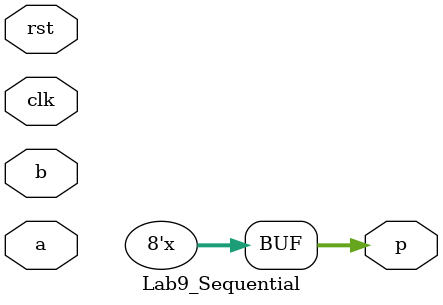
<source format=v>
`timescale 1ns / 1ps


module Lab9_Sequential(
input clk,
input rst,
input [3:0] a,
input [3:0] b,
output reg [7:0] p
    );
    
parameter S0_idle = 0 , S1_multiply = 1 , S2_update_result = 2, S3_done= 3 ;
reg [2:0] PS,NS;
reg [7:0] partial_product = 0;
reg [2:0] shift_count = 0;
reg [7:0] multiplicand = 0;
reg [3:0] operand_bb = 0;

 
 
 
 always @(posedge clk or posedge rst) begin
    if (rst == 1)
        PS <= S0_idle;
    else
        PS <= NS;
 end
 
 always @(*) begin
    case (PS)
        S0_idle: begin
            partial_product <= 8'b0;
            shift_count <= 3'b0;
            multiplicand <= {4'b0,a};
            operand_bb <= b;
            NS = S1_multiply;
        end
        S1_multiply: begin
            NS = S2_update_result;
            if ((operand_bb[0] == 0 && shift_count < 4)) begin
                   partial_product <= partial_product;
                   shift_count <= shift_count + 1;
                   multiplicand <= multiplicand << 1;
                   operand_bb <= operand_bb >> 1;
                   end
             else if ((operand_bb[0] == 1 && shift_count < 4))begin
                   partial_product <= partial_product + multiplicand;
                   shift_count <= shift_count +1;
                   multiplicand <= multiplicand << 1;
                   operand_bb <= operand_bb >> 1;
             end
        end
        S2_update_result:begin
            if (shift_count ==4) begin
                NS = S3_done;
                p <= partial_product;
            end
            else begin
                NS = S1_multiply ;
            end
       end
       S3_done: begin
        NS = S0_idle;
        end
       endcase
end              
                
 
endmodule

</source>
